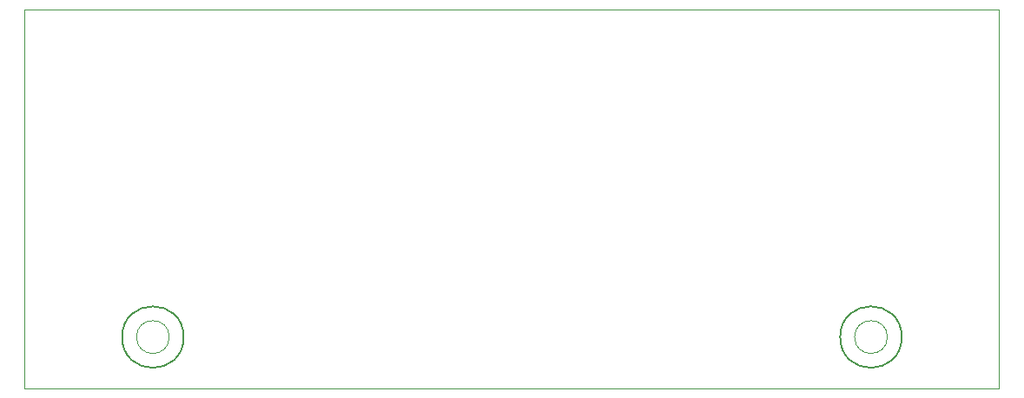
<source format=gko>
G04*
G04 #@! TF.GenerationSoftware,Altium Limited,Altium Designer,18.1.9 (240)*
G04*
G04 Layer_Color=16711935*
%FSLAX25Y25*%
%MOIN*%
G70*
G01*
G75*
%ADD11C,0.00500*%
%ADD76C,0.00197*%
D11*
X61024Y19685D02*
G03*
X61024Y19685I-11811J0D01*
G01*
X336614D02*
G03*
X336614Y19685I-11811J0D01*
G01*
D76*
X331102D02*
G03*
X331102Y19685I-6299J0D01*
G01*
X55512D02*
G03*
X55512Y19685I-6299J0D01*
G01*
X331102D02*
G03*
X331102Y19685I-6299J0D01*
G01*
X0Y145669D02*
X374016D01*
X0Y0D02*
Y145669D01*
Y0D02*
X374016D01*
Y145669D01*
M02*

</source>
